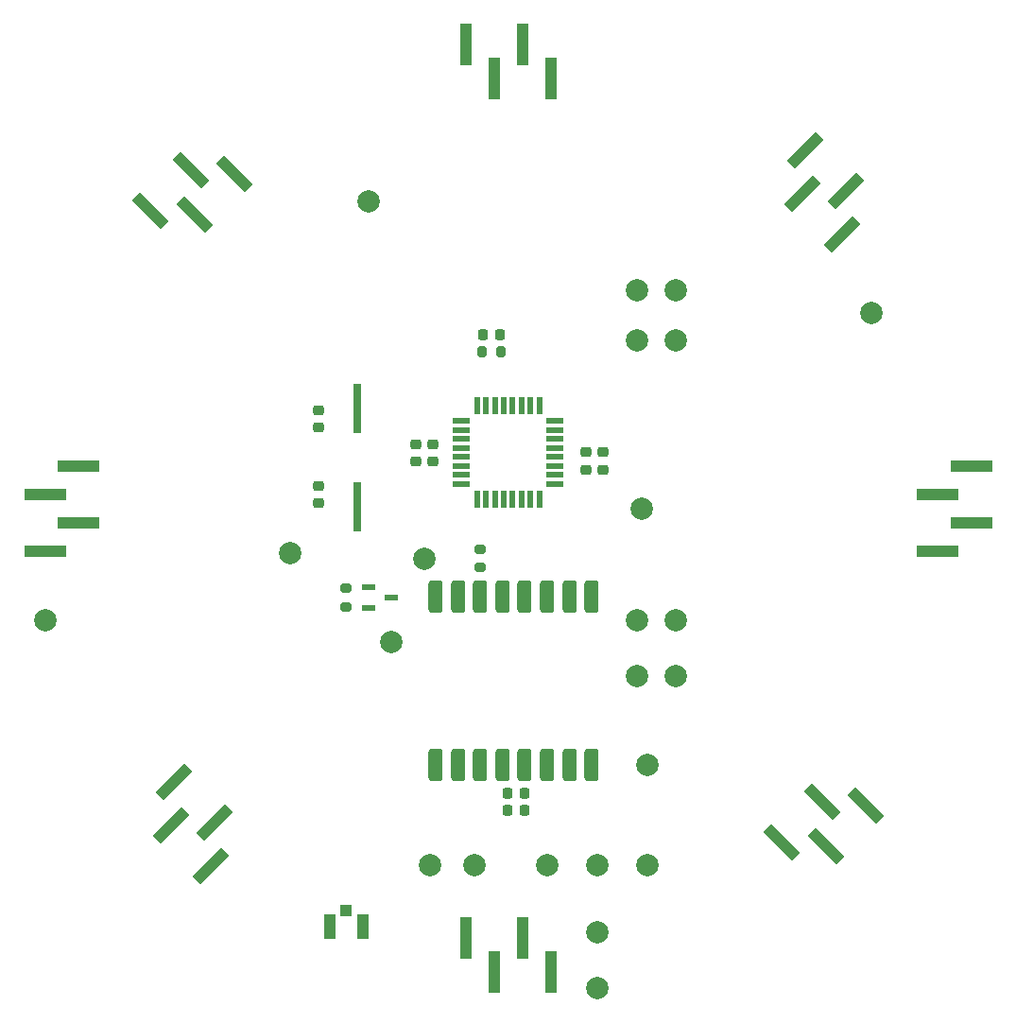
<source format=gts>
G04 #@! TF.GenerationSoftware,KiCad,Pcbnew,8.0.4*
G04 #@! TF.CreationDate,2024-09-30T00:02:48+08:00*
G04 #@! TF.ProjectId,Transformer_Monitor_V1,5472616e-7366-46f7-926d-65725f4d6f6e,rev?*
G04 #@! TF.SameCoordinates,Original*
G04 #@! TF.FileFunction,Soldermask,Top*
G04 #@! TF.FilePolarity,Negative*
%FSLAX46Y46*%
G04 Gerber Fmt 4.6, Leading zero omitted, Abs format (unit mm)*
G04 Created by KiCad (PCBNEW 8.0.4) date 2024-09-30 00:02:48*
%MOMM*%
%LPD*%
G01*
G04 APERTURE LIST*
G04 Aperture macros list*
%AMRoundRect*
0 Rectangle with rounded corners*
0 $1 Rounding radius*
0 $2 $3 $4 $5 $6 $7 $8 $9 X,Y pos of 4 corners*
0 Add a 4 corners polygon primitive as box body*
4,1,4,$2,$3,$4,$5,$6,$7,$8,$9,$2,$3,0*
0 Add four circle primitives for the rounded corners*
1,1,$1+$1,$2,$3*
1,1,$1+$1,$4,$5*
1,1,$1+$1,$6,$7*
1,1,$1+$1,$8,$9*
0 Add four rect primitives between the rounded corners*
20,1,$1+$1,$2,$3,$4,$5,0*
20,1,$1+$1,$4,$5,$6,$7,0*
20,1,$1+$1,$6,$7,$8,$9,0*
20,1,$1+$1,$8,$9,$2,$3,0*%
%AMRotRect*
0 Rectangle, with rotation*
0 The origin of the aperture is its center*
0 $1 length*
0 $2 width*
0 $3 Rotation angle, in degrees counterclockwise*
0 Add horizontal line*
21,1,$1,$2,0,0,$3*%
G04 Aperture macros list end*
%ADD10C,2.000000*%
%ADD11RotRect,0.990600X3.708400X45.000000*%
%ADD12RotRect,0.990600X3.708400X315.000000*%
%ADD13RoundRect,0.200000X-0.275000X0.200000X-0.275000X-0.200000X0.275000X-0.200000X0.275000X0.200000X0*%
%ADD14RoundRect,0.225000X0.250000X-0.225000X0.250000X0.225000X-0.250000X0.225000X-0.250000X-0.225000X0*%
%ADD15RoundRect,0.225000X-0.225000X-0.250000X0.225000X-0.250000X0.225000X0.250000X-0.225000X0.250000X0*%
%ADD16RoundRect,0.225000X-0.250000X0.225000X-0.250000X-0.225000X0.250000X-0.225000X0.250000X0.225000X0*%
%ADD17RoundRect,0.225000X0.225000X0.250000X-0.225000X0.250000X-0.225000X-0.250000X0.225000X-0.250000X0*%
%ADD18R,0.990600X3.708400*%
%ADD19RoundRect,0.200000X-0.200000X-0.275000X0.200000X-0.275000X0.200000X0.275000X-0.200000X0.275000X0*%
%ADD20RoundRect,0.317500X-0.317500X1.157500X-0.317500X-1.157500X0.317500X-1.157500X0.317500X1.157500X0*%
%ADD21R,3.708400X0.990600*%
%ADD22R,1.500000X0.550000*%
%ADD23R,0.550000X1.500000*%
%ADD24R,1.050000X2.200000*%
%ADD25R,1.000000X1.050000*%
%ADD26RotRect,0.990600X3.708400X135.000000*%
%ADD27R,0.762000X4.394200*%
%ADD28RotRect,0.990600X3.708400X225.000000*%
%ADD29RoundRect,0.200000X0.275000X-0.200000X0.275000X0.200000X-0.275000X0.200000X-0.275000X-0.200000X0*%
%ADD30R,1.270000X0.558800*%
G04 APERTURE END LIST*
D10*
X182500000Y-82500000D03*
X162500000Y-123000000D03*
X158000000Y-138000000D03*
X137500000Y-72500000D03*
X158000000Y-143000000D03*
X139500000Y-112000000D03*
D11*
X174524274Y-129912427D03*
X178443624Y-130239675D03*
X178116376Y-126320325D03*
X182035726Y-126647573D03*
D12*
X120087573Y-124524274D03*
X119760325Y-128443624D03*
X123679675Y-128116376D03*
X123352427Y-132035726D03*
D13*
X135500000Y-107175000D03*
X135500000Y-108825000D03*
D10*
X153500000Y-132000000D03*
X161500000Y-110000000D03*
D14*
X158500000Y-96550000D03*
X158500000Y-95000000D03*
D15*
X149950000Y-127025000D03*
X151500000Y-127025000D03*
D16*
X133000000Y-98000000D03*
X133000000Y-99550000D03*
D17*
X149275000Y-84490000D03*
X147725000Y-84490000D03*
D10*
X147000000Y-132000000D03*
D18*
X146190000Y-138498601D03*
X148730000Y-141501399D03*
X151270000Y-138498601D03*
X153810000Y-141501399D03*
D16*
X143250000Y-94250000D03*
X143250000Y-95800000D03*
D19*
X147675000Y-86000000D03*
X149325000Y-86000000D03*
D10*
X161500000Y-85000000D03*
X142500000Y-104500000D03*
D20*
X157500000Y-107950000D03*
X155500000Y-107950000D03*
X153500000Y-107950000D03*
X151500000Y-107950000D03*
X149500000Y-107950000D03*
X147500000Y-107950000D03*
X145500000Y-107950000D03*
X143500000Y-107950000D03*
X143500000Y-123000000D03*
X145500000Y-123000000D03*
X147500000Y-123000000D03*
X149500000Y-123000000D03*
X151500000Y-123000000D03*
X153500000Y-123000000D03*
X155500000Y-123000000D03*
X157500000Y-123000000D03*
D14*
X133000000Y-92775000D03*
X133000000Y-91225000D03*
D10*
X165000000Y-110000000D03*
D16*
X141750000Y-94250000D03*
X141750000Y-95800000D03*
D15*
X149950000Y-125500000D03*
X151500000Y-125500000D03*
D10*
X162000000Y-100000000D03*
D21*
X111501399Y-96190000D03*
X108498601Y-98730000D03*
X111501399Y-101270000D03*
X108498601Y-103810000D03*
D10*
X143000000Y-132000000D03*
X158000000Y-132000000D03*
D22*
X145800000Y-92200000D03*
X145800000Y-93000000D03*
X145800000Y-93800000D03*
X145800000Y-94600000D03*
X145800000Y-95400000D03*
X145800000Y-96200000D03*
X145800000Y-97000000D03*
X145800000Y-97800000D03*
D23*
X147200000Y-99200000D03*
X148000000Y-99200000D03*
X148800000Y-99200000D03*
X149600000Y-99200000D03*
X150400000Y-99200000D03*
X151200000Y-99200000D03*
X152000000Y-99200000D03*
X152800000Y-99200000D03*
D22*
X154200000Y-97800000D03*
X154200000Y-97000000D03*
X154200000Y-96200000D03*
X154200000Y-95400000D03*
X154200000Y-94600000D03*
X154200000Y-93800000D03*
X154200000Y-93000000D03*
X154200000Y-92200000D03*
D23*
X152800000Y-90800000D03*
X152000000Y-90800000D03*
X151200000Y-90800000D03*
X150400000Y-90800000D03*
X149600000Y-90800000D03*
X148800000Y-90800000D03*
X148000000Y-90800000D03*
X147200000Y-90800000D03*
D10*
X165000000Y-85000000D03*
X165000000Y-80500000D03*
D24*
X136975000Y-137500000D03*
X134025000Y-137500000D03*
D25*
X135500000Y-136000000D03*
D26*
X179912427Y-75475726D03*
X180239675Y-71556376D03*
X176320325Y-71883624D03*
X176647573Y-67964274D03*
D27*
X136500000Y-91097100D03*
X136500000Y-99902900D03*
D10*
X161500000Y-115000000D03*
D28*
X125475726Y-70087573D03*
X121556376Y-69760325D03*
X121883624Y-73679675D03*
X117964274Y-73352427D03*
D10*
X130500000Y-104000000D03*
X161500000Y-80500000D03*
D29*
X147500000Y-105325000D03*
X147500000Y-103675000D03*
D21*
X188498601Y-103810000D03*
X191501399Y-101270000D03*
X188498601Y-98730000D03*
X191501399Y-96190000D03*
D10*
X162500000Y-132000000D03*
X108500000Y-110000000D03*
D14*
X157000000Y-96550000D03*
X157000000Y-95000000D03*
D10*
X165000000Y-115000000D03*
D18*
X153810000Y-61501399D03*
X151270000Y-58498601D03*
X148730000Y-61501399D03*
X146190000Y-58498601D03*
D30*
X137458600Y-107047500D03*
X137458600Y-108952500D03*
X139541400Y-108000000D03*
M02*

</source>
